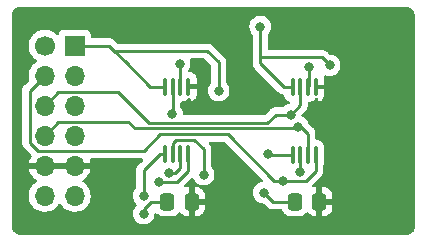
<source format=gbl>
G04 #@! TF.GenerationSoftware,KiCad,Pcbnew,(6.0.1)*
G04 #@! TF.CreationDate,2024-05-17T17:22:04+02:00*
G04 #@! TF.ProjectId,pmod_memory_module,706d6f64-5f6d-4656-9d6f-72795f6d6f64,rev?*
G04 #@! TF.SameCoordinates,Original*
G04 #@! TF.FileFunction,Copper,L2,Bot*
G04 #@! TF.FilePolarity,Positive*
%FSLAX46Y46*%
G04 Gerber Fmt 4.6, Leading zero omitted, Abs format (unit mm)*
G04 Created by KiCad (PCBNEW (6.0.1)) date 2024-05-17 17:22:04*
%MOMM*%
%LPD*%
G01*
G04 APERTURE LIST*
G04 Aperture macros list*
%AMRoundRect*
0 Rectangle with rounded corners*
0 $1 Rounding radius*
0 $2 $3 $4 $5 $6 $7 $8 $9 X,Y pos of 4 corners*
0 Add a 4 corners polygon primitive as box body*
4,1,4,$2,$3,$4,$5,$6,$7,$8,$9,$2,$3,0*
0 Add four circle primitives for the rounded corners*
1,1,$1+$1,$2,$3*
1,1,$1+$1,$4,$5*
1,1,$1+$1,$6,$7*
1,1,$1+$1,$8,$9*
0 Add four rect primitives between the rounded corners*
20,1,$1+$1,$2,$3,$4,$5,0*
20,1,$1+$1,$4,$5,$6,$7,0*
20,1,$1+$1,$6,$7,$8,$9,0*
20,1,$1+$1,$8,$9,$2,$3,0*%
G04 Aperture macros list end*
G04 #@! TA.AperFunction,SMDPad,CuDef*
%ADD10RoundRect,0.250000X-0.337500X-0.475000X0.337500X-0.475000X0.337500X0.475000X-0.337500X0.475000X0*%
G04 #@! TD*
G04 #@! TA.AperFunction,SMDPad,CuDef*
%ADD11RoundRect,0.100000X-0.100000X0.637500X-0.100000X-0.637500X0.100000X-0.637500X0.100000X0.637500X0*%
G04 #@! TD*
G04 #@! TA.AperFunction,ComponentPad*
%ADD12R,1.700000X1.700000*%
G04 #@! TD*
G04 #@! TA.AperFunction,ComponentPad*
%ADD13O,1.700000X1.700000*%
G04 #@! TD*
G04 #@! TA.AperFunction,ComponentPad*
%ADD14C,1.700000*%
G04 #@! TD*
G04 #@! TA.AperFunction,ViaPad*
%ADD15C,0.800000*%
G04 #@! TD*
G04 #@! TA.AperFunction,Conductor*
%ADD16C,0.250000*%
G04 #@! TD*
G04 APERTURE END LIST*
D10*
X42269500Y-34798000D03*
X44344500Y-34798000D03*
X31474500Y-34798000D03*
X33549500Y-34798000D03*
D11*
X42078000Y-25077500D03*
X42728000Y-25077500D03*
X43378000Y-25077500D03*
X44028000Y-25077500D03*
X44028000Y-30802500D03*
X43378000Y-30802500D03*
X42728000Y-30802500D03*
X42078000Y-30802500D03*
X31283000Y-25061500D03*
X31933000Y-25061500D03*
X32583000Y-25061500D03*
X33233000Y-25061500D03*
X33233000Y-30786500D03*
X32583000Y-30786500D03*
X31933000Y-30786500D03*
X31283000Y-30786500D03*
D12*
X23618000Y-21590000D03*
D13*
X23618000Y-24130000D03*
X23618000Y-26670000D03*
X23618000Y-29210000D03*
X23618000Y-31750000D03*
X23618000Y-34290000D03*
D14*
X21078000Y-21590000D03*
D13*
X21078000Y-24130000D03*
X21078000Y-26670000D03*
X21078000Y-29210000D03*
X21078000Y-31750000D03*
X21078000Y-34290000D03*
D15*
X29464000Y-34290000D03*
X40513000Y-20955000D03*
X45212000Y-23241000D03*
X39624000Y-34036000D03*
X29464000Y-35814000D03*
X43434000Y-23368000D03*
X41910000Y-27432000D03*
X39332511Y-19976489D03*
X48514000Y-35052000D03*
X37592000Y-35941000D03*
X32512000Y-23114000D03*
X31877000Y-27400980D03*
X40005000Y-30734000D03*
X42667701Y-32295500D03*
X41275000Y-33020000D03*
X42545000Y-28448000D03*
X30734000Y-33147000D03*
X34544000Y-32512000D03*
X31623000Y-32385000D03*
X29464000Y-20701000D03*
X35814000Y-25400000D03*
D16*
X30099000Y-34798000D02*
X31474500Y-34798000D01*
X29464000Y-35814000D02*
X29464000Y-35433000D01*
X29464000Y-35433000D02*
X30099000Y-34798000D01*
X29464000Y-32131000D02*
X30808500Y-30786500D01*
X30808500Y-30786500D02*
X31283000Y-30786500D01*
X29464000Y-34290000D02*
X29464000Y-32131000D01*
X39946520Y-28125480D02*
X40640000Y-27432000D01*
X29903480Y-28125480D02*
X39946520Y-28125480D01*
X27273489Y-25495489D02*
X29903480Y-28125480D01*
X22252511Y-25495489D02*
X27273489Y-25495489D01*
X40640000Y-27432000D02*
X41910000Y-27432000D01*
X21078000Y-26670000D02*
X22252511Y-25495489D01*
X34544000Y-30353000D02*
X34544000Y-32512000D01*
X32189480Y-29532520D02*
X33723520Y-29532520D01*
X31933000Y-29789000D02*
X32189480Y-29532520D01*
X33723520Y-29532520D02*
X34544000Y-30353000D01*
X31933000Y-30786500D02*
X31933000Y-29789000D01*
X19812000Y-25396000D02*
X21078000Y-24130000D01*
X19812000Y-29795988D02*
X19812000Y-25396000D01*
X29464000Y-30480000D02*
X20496012Y-30480000D01*
X20496012Y-30480000D02*
X19812000Y-29795988D01*
X36576000Y-29083000D02*
X30861000Y-29083000D01*
X40513000Y-33020000D02*
X36576000Y-29083000D01*
X41275000Y-33020000D02*
X40513000Y-33020000D01*
X30861000Y-29083000D02*
X29464000Y-30480000D01*
X42418000Y-28575000D02*
X42545000Y-28448000D01*
X28702000Y-28575000D02*
X42418000Y-28575000D01*
X22252511Y-28035489D02*
X28162489Y-28035489D01*
X28162489Y-28035489D02*
X28702000Y-28575000D01*
X21078000Y-29210000D02*
X22252511Y-28035489D01*
X40073500Y-30802500D02*
X42078000Y-30802500D01*
X40005000Y-30734000D02*
X40073500Y-30802500D01*
X35814000Y-22987000D02*
X34861500Y-22034500D01*
X35814000Y-25400000D02*
X35814000Y-22987000D01*
X34861500Y-22034500D02*
X26987500Y-22034500D01*
X32258000Y-33147000D02*
X33233000Y-32172000D01*
X30734000Y-33147000D02*
X32258000Y-33147000D01*
X33233000Y-32172000D02*
X33233000Y-30786500D01*
X39332511Y-22568511D02*
X44539511Y-22568511D01*
X39332511Y-22568511D02*
X39332511Y-19976489D01*
X39332511Y-23076511D02*
X39332511Y-22568511D01*
X44539511Y-22568511D02*
X45212000Y-23241000D01*
X40386000Y-34798000D02*
X39624000Y-34036000D01*
X42269500Y-34798000D02*
X40386000Y-34798000D01*
X31933000Y-25061500D02*
X31933000Y-27344980D01*
X31933000Y-27344980D02*
X31877000Y-27400980D01*
X43434000Y-25021500D02*
X43378000Y-25077500D01*
X43434000Y-23368000D02*
X43434000Y-25021500D01*
X41910000Y-27432000D02*
X42728000Y-26614000D01*
X41333500Y-25077500D02*
X39332511Y-23076511D01*
X42078000Y-25077500D02*
X41333500Y-25077500D01*
X26543000Y-21590000D02*
X26987500Y-22034500D01*
X26987500Y-22034500D02*
X27940000Y-22987000D01*
X32512000Y-24990500D02*
X32583000Y-25061500D01*
X32512000Y-23114000D02*
X32512000Y-24990500D01*
X42728000Y-26614000D02*
X42728000Y-25077500D01*
X42667701Y-30862799D02*
X42728000Y-30802500D01*
X42667701Y-32295500D02*
X42667701Y-30862799D01*
X44028000Y-32172000D02*
X44028000Y-30802500D01*
X43180000Y-33020000D02*
X44028000Y-32172000D01*
X41275000Y-33020000D02*
X43180000Y-33020000D01*
X42545000Y-28448000D02*
X42799000Y-28448000D01*
X42799000Y-28448000D02*
X43378000Y-29027000D01*
X43378000Y-29027000D02*
X43378000Y-30802500D01*
X32583000Y-31933000D02*
X32583000Y-30786500D01*
X32131000Y-32385000D02*
X32583000Y-31933000D01*
X31623000Y-32385000D02*
X32131000Y-32385000D01*
X27940000Y-22987000D02*
X30014500Y-25061500D01*
X30014500Y-25061500D02*
X31283000Y-25061500D01*
X23618000Y-21590000D02*
X26543000Y-21590000D01*
G04 #@! TA.AperFunction,Conductor*
G36*
X51635159Y-18288001D02*
G01*
X51656311Y-18289789D01*
X51675437Y-18293046D01*
X51686717Y-18291734D01*
X51715180Y-18291660D01*
X51818987Y-18303189D01*
X51842722Y-18308174D01*
X51962839Y-18345779D01*
X51985181Y-18355220D01*
X52095868Y-18415144D01*
X52115981Y-18428686D01*
X52206585Y-18503312D01*
X52213140Y-18508711D01*
X52230288Y-18525859D01*
X52310315Y-18623020D01*
X52323857Y-18643133D01*
X52383781Y-18753820D01*
X52393222Y-18776162D01*
X52430827Y-18896279D01*
X52435812Y-18920015D01*
X52446590Y-19017052D01*
X52446351Y-19033158D01*
X52447014Y-19033157D01*
X52447032Y-19042136D01*
X52445777Y-19051026D01*
X52447068Y-19059913D01*
X52449691Y-19077972D01*
X52451000Y-19096084D01*
X52451000Y-36780673D01*
X52449500Y-36800058D01*
X52448770Y-36804749D01*
X52445814Y-36823731D01*
X52447252Y-36834729D01*
X52447709Y-36863413D01*
X52437575Y-36966306D01*
X52432756Y-36990532D01*
X52396596Y-37109734D01*
X52387144Y-37132554D01*
X52328430Y-37242401D01*
X52314707Y-37262939D01*
X52235688Y-37359224D01*
X52218223Y-37376689D01*
X52121938Y-37455708D01*
X52101400Y-37469431D01*
X51991553Y-37528145D01*
X51968733Y-37537597D01*
X51849531Y-37573757D01*
X51825307Y-37578576D01*
X51729163Y-37588045D01*
X51713124Y-37587593D01*
X51713115Y-37588306D01*
X51704142Y-37588196D01*
X51695270Y-37586815D01*
X51686368Y-37587979D01*
X51686365Y-37587979D01*
X51663749Y-37590937D01*
X51647411Y-37592001D01*
X36778492Y-37592001D01*
X19099328Y-37592000D01*
X19079943Y-37590500D01*
X19065142Y-37588195D01*
X19065139Y-37588195D01*
X19056270Y-37586814D01*
X19045272Y-37588252D01*
X19016589Y-37588709D01*
X18913693Y-37578575D01*
X18889469Y-37573756D01*
X18770267Y-37537596D01*
X18747447Y-37528144D01*
X18637600Y-37469430D01*
X18617062Y-37455707D01*
X18520777Y-37376688D01*
X18503312Y-37359223D01*
X18424293Y-37262938D01*
X18410570Y-37242400D01*
X18351856Y-37132553D01*
X18342404Y-37109733D01*
X18306244Y-36990531D01*
X18301425Y-36966305D01*
X18291956Y-36870166D01*
X18292408Y-36854124D01*
X18291695Y-36854115D01*
X18291805Y-36845142D01*
X18293186Y-36836270D01*
X18291547Y-36823731D01*
X18289064Y-36804749D01*
X18288000Y-36788411D01*
X18288000Y-34256695D01*
X19715251Y-34256695D01*
X19715548Y-34261848D01*
X19715548Y-34261851D01*
X19721011Y-34356590D01*
X19728110Y-34479715D01*
X19729247Y-34484761D01*
X19729248Y-34484767D01*
X19741589Y-34539525D01*
X19777222Y-34697639D01*
X19861266Y-34904616D01*
X19899918Y-34967690D01*
X19975291Y-35090688D01*
X19977987Y-35095088D01*
X20124250Y-35263938D01*
X20296126Y-35406632D01*
X20489000Y-35519338D01*
X20697692Y-35599030D01*
X20702760Y-35600061D01*
X20702763Y-35600062D01*
X20789919Y-35617794D01*
X20916597Y-35643567D01*
X20921772Y-35643757D01*
X20921774Y-35643757D01*
X21134673Y-35651564D01*
X21134677Y-35651564D01*
X21139837Y-35651753D01*
X21144957Y-35651097D01*
X21144959Y-35651097D01*
X21356288Y-35624025D01*
X21356289Y-35624025D01*
X21361416Y-35623368D01*
X21379995Y-35617794D01*
X21570429Y-35560661D01*
X21570434Y-35560659D01*
X21575384Y-35559174D01*
X21775994Y-35460896D01*
X21957860Y-35331173D01*
X22006429Y-35282774D01*
X22079013Y-35210443D01*
X22116096Y-35173489D01*
X22175594Y-35090689D01*
X22246453Y-34992077D01*
X22247776Y-34993028D01*
X22294645Y-34949857D01*
X22364580Y-34937625D01*
X22430026Y-34965144D01*
X22457875Y-34996994D01*
X22517987Y-35095088D01*
X22664250Y-35263938D01*
X22836126Y-35406632D01*
X23029000Y-35519338D01*
X23237692Y-35599030D01*
X23242760Y-35600061D01*
X23242763Y-35600062D01*
X23329919Y-35617794D01*
X23456597Y-35643567D01*
X23461772Y-35643757D01*
X23461774Y-35643757D01*
X23674673Y-35651564D01*
X23674677Y-35651564D01*
X23679837Y-35651753D01*
X23684957Y-35651097D01*
X23684959Y-35651097D01*
X23896288Y-35624025D01*
X23896289Y-35624025D01*
X23901416Y-35623368D01*
X23919995Y-35617794D01*
X24110429Y-35560661D01*
X24110434Y-35560659D01*
X24115384Y-35559174D01*
X24315994Y-35460896D01*
X24497860Y-35331173D01*
X24546429Y-35282774D01*
X24619013Y-35210443D01*
X24656096Y-35173489D01*
X24715594Y-35090689D01*
X24783435Y-34996277D01*
X24786453Y-34992077D01*
X24791728Y-34981405D01*
X24883136Y-34796453D01*
X24883137Y-34796451D01*
X24885430Y-34791811D01*
X24950370Y-34578069D01*
X24979529Y-34356590D01*
X24981156Y-34290000D01*
X24962852Y-34067361D01*
X24908431Y-33850702D01*
X24819354Y-33645840D01*
X24771984Y-33572617D01*
X24700822Y-33462617D01*
X24700820Y-33462614D01*
X24698014Y-33458277D01*
X24547670Y-33293051D01*
X24543619Y-33289852D01*
X24543615Y-33289848D01*
X24376414Y-33157800D01*
X24376410Y-33157798D01*
X24372359Y-33154598D01*
X24330569Y-33131529D01*
X24280598Y-33081097D01*
X24265826Y-33011654D01*
X24290942Y-32945248D01*
X24318294Y-32918641D01*
X24493328Y-32793792D01*
X24501200Y-32787139D01*
X24652052Y-32636812D01*
X24658730Y-32628965D01*
X24783003Y-32456020D01*
X24788313Y-32447183D01*
X24882670Y-32256267D01*
X24886469Y-32246672D01*
X24948377Y-32042910D01*
X24950555Y-32032837D01*
X24951986Y-32021962D01*
X24949775Y-32007778D01*
X24936617Y-32004000D01*
X19761225Y-32004000D01*
X19747694Y-32007973D01*
X19746257Y-32017966D01*
X19776565Y-32152446D01*
X19779645Y-32162275D01*
X19859770Y-32359603D01*
X19864413Y-32368794D01*
X19975694Y-32550388D01*
X19981777Y-32558699D01*
X20121213Y-32719667D01*
X20128580Y-32726883D01*
X20292434Y-32862916D01*
X20300881Y-32868831D01*
X20369969Y-32909203D01*
X20418693Y-32960842D01*
X20431764Y-33030625D01*
X20405033Y-33096396D01*
X20364584Y-33129752D01*
X20351607Y-33136507D01*
X20347474Y-33139610D01*
X20347471Y-33139612D01*
X20177100Y-33267530D01*
X20172965Y-33270635D01*
X20139358Y-33305803D01*
X20029751Y-33420500D01*
X20018629Y-33432138D01*
X19892743Y-33616680D01*
X19867163Y-33671787D01*
X19804290Y-33807237D01*
X19798688Y-33819305D01*
X19738989Y-34034570D01*
X19715251Y-34256695D01*
X18288000Y-34256695D01*
X18288000Y-25375943D01*
X19173780Y-25375943D01*
X19174526Y-25383835D01*
X19177941Y-25419961D01*
X19178500Y-25431819D01*
X19178500Y-29717221D01*
X19177973Y-29728404D01*
X19176298Y-29735897D01*
X19176547Y-29743823D01*
X19176547Y-29743824D01*
X19178438Y-29803974D01*
X19178500Y-29807933D01*
X19178500Y-29835844D01*
X19178997Y-29839778D01*
X19178997Y-29839779D01*
X19179005Y-29839844D01*
X19179938Y-29851681D01*
X19181327Y-29895877D01*
X19186978Y-29915327D01*
X19190987Y-29934688D01*
X19192513Y-29946763D01*
X19193526Y-29954785D01*
X19196445Y-29962156D01*
X19196445Y-29962158D01*
X19209804Y-29995900D01*
X19213649Y-30007130D01*
X19215743Y-30014337D01*
X19225982Y-30049581D01*
X19230015Y-30056400D01*
X19230017Y-30056405D01*
X19236293Y-30067016D01*
X19244988Y-30084764D01*
X19252448Y-30103605D01*
X19257110Y-30110021D01*
X19257110Y-30110022D01*
X19278436Y-30139375D01*
X19284952Y-30149295D01*
X19296606Y-30169000D01*
X19307458Y-30187350D01*
X19321779Y-30201671D01*
X19334619Y-30216704D01*
X19346528Y-30233095D01*
X19378413Y-30259472D01*
X19380593Y-30261276D01*
X19389374Y-30269266D01*
X19942564Y-30822457D01*
X19976589Y-30884769D01*
X19971524Y-30955585D01*
X19957556Y-30982557D01*
X19896095Y-31072655D01*
X19891000Y-31081623D01*
X19801338Y-31274783D01*
X19797775Y-31284470D01*
X19742389Y-31484183D01*
X19743912Y-31492607D01*
X19756292Y-31496000D01*
X24936344Y-31496000D01*
X24949875Y-31492027D01*
X24951180Y-31482947D01*
X24909214Y-31315875D01*
X24905894Y-31306123D01*
X24898772Y-31289744D01*
X24889951Y-31219297D01*
X24920617Y-31155265D01*
X24981033Y-31117977D01*
X25014321Y-31113500D01*
X29281405Y-31113500D01*
X29349526Y-31133502D01*
X29396019Y-31187158D01*
X29406123Y-31257432D01*
X29376629Y-31322012D01*
X29370506Y-31328590D01*
X29219211Y-31479884D01*
X29071742Y-31627353D01*
X29063463Y-31634887D01*
X29056982Y-31639000D01*
X29013245Y-31685576D01*
X29010357Y-31688651D01*
X29007602Y-31691493D01*
X28987865Y-31711230D01*
X28985385Y-31714427D01*
X28977682Y-31723447D01*
X28947414Y-31755679D01*
X28943595Y-31762625D01*
X28943593Y-31762628D01*
X28937652Y-31773434D01*
X28926801Y-31789953D01*
X28914386Y-31805959D01*
X28911241Y-31813228D01*
X28911238Y-31813232D01*
X28896826Y-31846537D01*
X28891609Y-31857187D01*
X28870305Y-31895940D01*
X28868334Y-31903615D01*
X28868334Y-31903616D01*
X28865267Y-31915562D01*
X28858863Y-31934266D01*
X28850819Y-31952855D01*
X28849580Y-31960678D01*
X28849577Y-31960688D01*
X28843901Y-31996524D01*
X28841495Y-32008144D01*
X28832818Y-32041942D01*
X28830500Y-32050970D01*
X28830500Y-32071224D01*
X28828949Y-32090934D01*
X28825780Y-32110943D01*
X28826526Y-32118835D01*
X28829941Y-32154961D01*
X28830500Y-32166819D01*
X28830500Y-33587476D01*
X28810498Y-33655597D01*
X28798142Y-33671779D01*
X28724960Y-33753056D01*
X28629473Y-33918444D01*
X28570458Y-34100072D01*
X28569768Y-34106633D01*
X28569768Y-34106635D01*
X28557920Y-34219365D01*
X28550496Y-34290000D01*
X28551186Y-34296565D01*
X28557844Y-34359908D01*
X28570458Y-34479928D01*
X28629473Y-34661556D01*
X28632776Y-34667278D01*
X28632777Y-34667279D01*
X28653069Y-34702425D01*
X28724960Y-34826944D01*
X28729378Y-34831851D01*
X28729379Y-34831852D01*
X28851688Y-34967690D01*
X28882406Y-35031697D01*
X28873641Y-35102151D01*
X28851688Y-35136310D01*
X28746635Y-35252984D01*
X28724960Y-35277056D01*
X28691985Y-35334171D01*
X28635792Y-35431500D01*
X28629473Y-35442444D01*
X28570458Y-35624072D01*
X28569768Y-35630633D01*
X28569768Y-35630635D01*
X28555715Y-35764340D01*
X28550496Y-35814000D01*
X28551186Y-35820565D01*
X28566379Y-35965115D01*
X28570458Y-36003928D01*
X28629473Y-36185556D01*
X28724960Y-36350944D01*
X28852747Y-36492866D01*
X29007248Y-36605118D01*
X29013276Y-36607802D01*
X29013278Y-36607803D01*
X29175681Y-36680109D01*
X29181712Y-36682794D01*
X29275113Y-36702647D01*
X29362056Y-36721128D01*
X29362061Y-36721128D01*
X29368513Y-36722500D01*
X29559487Y-36722500D01*
X29565939Y-36721128D01*
X29565944Y-36721128D01*
X29652887Y-36702647D01*
X29746288Y-36682794D01*
X29752319Y-36680109D01*
X29914722Y-36607803D01*
X29914724Y-36607802D01*
X29920752Y-36605118D01*
X30075253Y-36492866D01*
X30203040Y-36350944D01*
X30298527Y-36185556D01*
X30357542Y-36003928D01*
X30371552Y-35870626D01*
X30398565Y-35804970D01*
X30456786Y-35764340D01*
X30527732Y-35761637D01*
X30585879Y-35794624D01*
X30658512Y-35867130D01*
X30658517Y-35867134D01*
X30663697Y-35872305D01*
X30669927Y-35876145D01*
X30669928Y-35876146D01*
X30807288Y-35960816D01*
X30814262Y-35965115D01*
X30894005Y-35991564D01*
X30975611Y-36018632D01*
X30975613Y-36018632D01*
X30982139Y-36020797D01*
X30988975Y-36021497D01*
X30988978Y-36021498D01*
X31032031Y-36025909D01*
X31086600Y-36031500D01*
X31862400Y-36031500D01*
X31865646Y-36031163D01*
X31865650Y-36031163D01*
X31961308Y-36021238D01*
X31961312Y-36021237D01*
X31968166Y-36020526D01*
X31974702Y-36018345D01*
X31974704Y-36018345D01*
X32106806Y-35974272D01*
X32135946Y-35964550D01*
X32286348Y-35871478D01*
X32411305Y-35746303D01*
X32414102Y-35741765D01*
X32471353Y-35701176D01*
X32542276Y-35697946D01*
X32603687Y-35733572D01*
X32611062Y-35742068D01*
X32619098Y-35752207D01*
X32733829Y-35866739D01*
X32745240Y-35875751D01*
X32883243Y-35960816D01*
X32896424Y-35966963D01*
X33050710Y-36018138D01*
X33064086Y-36021005D01*
X33158438Y-36030672D01*
X33164854Y-36031000D01*
X33277385Y-36031000D01*
X33292624Y-36026525D01*
X33293829Y-36025135D01*
X33295500Y-36017452D01*
X33295500Y-36012884D01*
X33803500Y-36012884D01*
X33807975Y-36028123D01*
X33809365Y-36029328D01*
X33817048Y-36030999D01*
X33934095Y-36030999D01*
X33940614Y-36030662D01*
X34036206Y-36020743D01*
X34049600Y-36017851D01*
X34203784Y-35966412D01*
X34216962Y-35960239D01*
X34354807Y-35874937D01*
X34366208Y-35865901D01*
X34480739Y-35751171D01*
X34489751Y-35739760D01*
X34574816Y-35601757D01*
X34580963Y-35588576D01*
X34632138Y-35434290D01*
X34635005Y-35420914D01*
X34644672Y-35326562D01*
X34645000Y-35320146D01*
X34645000Y-35070115D01*
X34640525Y-35054876D01*
X34639135Y-35053671D01*
X34631452Y-35052000D01*
X33821615Y-35052000D01*
X33806376Y-35056475D01*
X33805171Y-35057865D01*
X33803500Y-35065548D01*
X33803500Y-36012884D01*
X33295500Y-36012884D01*
X33295500Y-34525885D01*
X33803500Y-34525885D01*
X33807975Y-34541124D01*
X33809365Y-34542329D01*
X33817048Y-34544000D01*
X34626884Y-34544000D01*
X34642123Y-34539525D01*
X34643328Y-34538135D01*
X34644999Y-34530452D01*
X34644999Y-34275905D01*
X34644662Y-34269386D01*
X34634743Y-34173794D01*
X34631851Y-34160400D01*
X34580412Y-34006216D01*
X34574239Y-33993038D01*
X34488937Y-33855193D01*
X34479901Y-33843792D01*
X34365171Y-33729261D01*
X34353760Y-33720249D01*
X34215757Y-33635184D01*
X34202576Y-33629037D01*
X34048290Y-33577862D01*
X34034914Y-33574995D01*
X33940562Y-33565328D01*
X33934145Y-33565000D01*
X33821615Y-33565000D01*
X33806376Y-33569475D01*
X33805171Y-33570865D01*
X33803500Y-33578548D01*
X33803500Y-34525885D01*
X33295500Y-34525885D01*
X33295500Y-33583116D01*
X33291025Y-33567877D01*
X33289635Y-33566672D01*
X33281952Y-33565001D01*
X33164905Y-33565001D01*
X33158386Y-33565338D01*
X33062790Y-33575257D01*
X33051059Y-33577790D01*
X32980251Y-33572617D01*
X32923481Y-33529983D01*
X32898772Y-33463425D01*
X32913970Y-33394074D01*
X32935370Y-33365534D01*
X33492443Y-32808461D01*
X33554755Y-32774435D01*
X33625570Y-32779500D01*
X33682406Y-32822047D01*
X33701371Y-32858621D01*
X33704689Y-32868831D01*
X33709473Y-32883556D01*
X33804960Y-33048944D01*
X33809378Y-33053851D01*
X33809379Y-33053852D01*
X33879320Y-33131529D01*
X33932747Y-33190866D01*
X34003398Y-33242197D01*
X34038266Y-33267530D01*
X34087248Y-33303118D01*
X34093276Y-33305802D01*
X34093278Y-33305803D01*
X34227437Y-33365534D01*
X34261712Y-33380794D01*
X34355112Y-33400647D01*
X34442056Y-33419128D01*
X34442061Y-33419128D01*
X34448513Y-33420500D01*
X34639487Y-33420500D01*
X34645939Y-33419128D01*
X34645944Y-33419128D01*
X34732888Y-33400647D01*
X34826288Y-33380794D01*
X34860563Y-33365534D01*
X34994722Y-33305803D01*
X34994724Y-33305802D01*
X35000752Y-33303118D01*
X35049735Y-33267530D01*
X35084602Y-33242197D01*
X35155253Y-33190866D01*
X35208680Y-33131529D01*
X35278621Y-33053852D01*
X35278622Y-33053851D01*
X35283040Y-33048944D01*
X35378527Y-32883556D01*
X35437542Y-32701928D01*
X35441144Y-32667663D01*
X35456814Y-32518565D01*
X35457504Y-32512000D01*
X35446665Y-32408876D01*
X35438232Y-32328635D01*
X35438232Y-32328633D01*
X35437542Y-32322072D01*
X35378527Y-32140444D01*
X35356975Y-32103114D01*
X35302143Y-32008144D01*
X35283040Y-31975056D01*
X35209863Y-31893785D01*
X35179147Y-31829779D01*
X35177500Y-31809476D01*
X35177500Y-30431767D01*
X35178027Y-30420584D01*
X35179702Y-30413091D01*
X35177562Y-30345000D01*
X35177500Y-30341043D01*
X35177500Y-30313144D01*
X35176996Y-30309153D01*
X35176063Y-30297311D01*
X35174923Y-30261036D01*
X35174674Y-30253111D01*
X35172462Y-30245497D01*
X35172461Y-30245492D01*
X35169023Y-30233659D01*
X35165012Y-30214295D01*
X35163467Y-30202064D01*
X35162474Y-30194203D01*
X35159557Y-30186836D01*
X35159556Y-30186831D01*
X35146198Y-30153092D01*
X35142354Y-30141865D01*
X35138125Y-30127310D01*
X35130018Y-30099407D01*
X35125697Y-30092100D01*
X35119707Y-30081972D01*
X35111012Y-30064224D01*
X35103552Y-30045383D01*
X35077564Y-30009613D01*
X35071048Y-29999693D01*
X35052580Y-29968465D01*
X35052578Y-29968462D01*
X35048542Y-29961638D01*
X35034221Y-29947317D01*
X35021381Y-29932284D01*
X35009958Y-29916562D01*
X34986099Y-29849695D01*
X35002178Y-29780543D01*
X35053092Y-29731062D01*
X35111893Y-29716500D01*
X36261406Y-29716500D01*
X36329527Y-29736502D01*
X36350501Y-29753405D01*
X39526129Y-32929034D01*
X39560155Y-32991346D01*
X39555090Y-33062162D01*
X39512543Y-33118997D01*
X39463231Y-33141376D01*
X39430260Y-33148384D01*
X39341712Y-33167206D01*
X39335682Y-33169891D01*
X39335681Y-33169891D01*
X39173278Y-33242197D01*
X39173276Y-33242198D01*
X39167248Y-33244882D01*
X39012747Y-33357134D01*
X39008326Y-33362044D01*
X39008325Y-33362045D01*
X38921678Y-33458277D01*
X38884960Y-33499056D01*
X38841791Y-33573827D01*
X38795792Y-33653500D01*
X38789473Y-33664444D01*
X38730458Y-33846072D01*
X38729768Y-33852633D01*
X38729768Y-33852635D01*
X38719642Y-33948982D01*
X38710496Y-34036000D01*
X38711186Y-34042565D01*
X38724979Y-34173794D01*
X38730458Y-34225928D01*
X38789473Y-34407556D01*
X38884960Y-34572944D01*
X38889378Y-34577851D01*
X38889379Y-34577852D01*
X38992695Y-34692596D01*
X39012747Y-34714866D01*
X39167248Y-34827118D01*
X39173276Y-34829802D01*
X39173278Y-34829803D01*
X39330560Y-34899829D01*
X39341712Y-34904794D01*
X39435112Y-34924647D01*
X39522056Y-34943128D01*
X39522061Y-34943128D01*
X39528513Y-34944500D01*
X39584405Y-34944500D01*
X39652526Y-34964502D01*
X39673500Y-34981405D01*
X39882348Y-35190253D01*
X39889888Y-35198539D01*
X39894000Y-35205018D01*
X39899777Y-35210443D01*
X39943651Y-35251643D01*
X39946493Y-35254398D01*
X39966230Y-35274135D01*
X39969427Y-35276615D01*
X39978447Y-35284318D01*
X40010679Y-35314586D01*
X40017625Y-35318405D01*
X40017628Y-35318407D01*
X40028434Y-35324348D01*
X40044953Y-35335199D01*
X40060959Y-35347614D01*
X40068228Y-35350759D01*
X40068232Y-35350762D01*
X40101537Y-35365174D01*
X40112187Y-35370391D01*
X40150940Y-35391695D01*
X40158615Y-35393666D01*
X40158616Y-35393666D01*
X40170562Y-35396733D01*
X40189266Y-35403137D01*
X40197343Y-35406632D01*
X40207855Y-35411181D01*
X40215678Y-35412420D01*
X40215688Y-35412423D01*
X40251524Y-35418099D01*
X40263144Y-35420505D01*
X40291796Y-35427861D01*
X40305970Y-35431500D01*
X40326224Y-35431500D01*
X40345934Y-35433051D01*
X40365943Y-35436220D01*
X40373835Y-35435474D01*
X40409961Y-35432059D01*
X40421819Y-35431500D01*
X41094462Y-35431500D01*
X41162583Y-35451502D01*
X41209076Y-35505158D01*
X41213986Y-35517624D01*
X41240450Y-35596946D01*
X41333522Y-35747348D01*
X41458697Y-35872305D01*
X41464927Y-35876145D01*
X41464928Y-35876146D01*
X41602288Y-35960816D01*
X41609262Y-35965115D01*
X41689005Y-35991564D01*
X41770611Y-36018632D01*
X41770613Y-36018632D01*
X41777139Y-36020797D01*
X41783975Y-36021497D01*
X41783978Y-36021498D01*
X41827031Y-36025909D01*
X41881600Y-36031500D01*
X42657400Y-36031500D01*
X42660646Y-36031163D01*
X42660650Y-36031163D01*
X42756308Y-36021238D01*
X42756312Y-36021237D01*
X42763166Y-36020526D01*
X42769702Y-36018345D01*
X42769704Y-36018345D01*
X42901806Y-35974272D01*
X42930946Y-35964550D01*
X43081348Y-35871478D01*
X43206305Y-35746303D01*
X43209102Y-35741765D01*
X43266353Y-35701176D01*
X43337276Y-35697946D01*
X43398687Y-35733572D01*
X43406062Y-35742068D01*
X43414098Y-35752207D01*
X43528829Y-35866739D01*
X43540240Y-35875751D01*
X43678243Y-35960816D01*
X43691424Y-35966963D01*
X43845710Y-36018138D01*
X43859086Y-36021005D01*
X43953438Y-36030672D01*
X43959854Y-36031000D01*
X44072385Y-36031000D01*
X44087624Y-36026525D01*
X44088829Y-36025135D01*
X44090500Y-36017452D01*
X44090500Y-36012884D01*
X44598500Y-36012884D01*
X44602975Y-36028123D01*
X44604365Y-36029328D01*
X44612048Y-36030999D01*
X44729095Y-36030999D01*
X44735614Y-36030662D01*
X44831206Y-36020743D01*
X44844600Y-36017851D01*
X44998784Y-35966412D01*
X45011962Y-35960239D01*
X45149807Y-35874937D01*
X45161208Y-35865901D01*
X45275739Y-35751171D01*
X45284751Y-35739760D01*
X45369816Y-35601757D01*
X45375963Y-35588576D01*
X45427138Y-35434290D01*
X45430005Y-35420914D01*
X45439672Y-35326562D01*
X45440000Y-35320146D01*
X45440000Y-35070115D01*
X45435525Y-35054876D01*
X45434135Y-35053671D01*
X45426452Y-35052000D01*
X44616615Y-35052000D01*
X44601376Y-35056475D01*
X44600171Y-35057865D01*
X44598500Y-35065548D01*
X44598500Y-36012884D01*
X44090500Y-36012884D01*
X44090500Y-34525885D01*
X44598500Y-34525885D01*
X44602975Y-34541124D01*
X44604365Y-34542329D01*
X44612048Y-34544000D01*
X45421884Y-34544000D01*
X45437123Y-34539525D01*
X45438328Y-34538135D01*
X45439999Y-34530452D01*
X45439999Y-34275905D01*
X45439662Y-34269386D01*
X45429743Y-34173794D01*
X45426851Y-34160400D01*
X45375412Y-34006216D01*
X45369239Y-33993038D01*
X45283937Y-33855193D01*
X45274901Y-33843792D01*
X45160171Y-33729261D01*
X45148760Y-33720249D01*
X45010757Y-33635184D01*
X44997576Y-33629037D01*
X44843290Y-33577862D01*
X44829914Y-33574995D01*
X44735562Y-33565328D01*
X44729145Y-33565000D01*
X44616615Y-33565000D01*
X44601376Y-33569475D01*
X44600171Y-33570865D01*
X44598500Y-33578548D01*
X44598500Y-34525885D01*
X44090500Y-34525885D01*
X44090500Y-33583116D01*
X44086025Y-33567877D01*
X44084635Y-33566672D01*
X44076952Y-33565001D01*
X43959905Y-33565001D01*
X43953386Y-33565338D01*
X43857794Y-33575257D01*
X43846062Y-33577790D01*
X43775254Y-33572617D01*
X43718483Y-33529984D01*
X43693773Y-33463426D01*
X43708971Y-33394075D01*
X43730371Y-33365534D01*
X44420253Y-32675652D01*
X44428539Y-32668112D01*
X44435018Y-32664000D01*
X44481644Y-32614348D01*
X44484398Y-32611507D01*
X44504135Y-32591770D01*
X44506615Y-32588573D01*
X44514320Y-32579551D01*
X44539159Y-32553100D01*
X44544586Y-32547321D01*
X44548405Y-32540375D01*
X44548407Y-32540372D01*
X44554348Y-32529566D01*
X44565199Y-32513047D01*
X44572758Y-32503301D01*
X44577614Y-32497041D01*
X44580759Y-32489772D01*
X44580762Y-32489768D01*
X44595174Y-32456463D01*
X44600391Y-32445813D01*
X44621695Y-32407060D01*
X44626733Y-32387437D01*
X44633137Y-32368734D01*
X44638033Y-32357420D01*
X44638033Y-32357419D01*
X44641181Y-32350145D01*
X44642420Y-32342322D01*
X44642423Y-32342312D01*
X44648099Y-32306476D01*
X44650505Y-32294856D01*
X44659528Y-32259711D01*
X44659528Y-32259710D01*
X44661500Y-32252030D01*
X44661500Y-32231776D01*
X44663051Y-32212065D01*
X44664980Y-32199886D01*
X44666220Y-32192057D01*
X44662059Y-32148038D01*
X44661500Y-32136181D01*
X44661500Y-31767168D01*
X44671091Y-31718950D01*
X44717678Y-31606479D01*
X44717678Y-31606478D01*
X44720838Y-31598850D01*
X44727854Y-31545555D01*
X44735962Y-31483972D01*
X44735962Y-31483971D01*
X44736500Y-31479885D01*
X44736499Y-30125116D01*
X44733668Y-30103605D01*
X44721916Y-30014337D01*
X44721916Y-30014335D01*
X44720838Y-30006150D01*
X44671882Y-29887958D01*
X44662684Y-29865752D01*
X44662683Y-29865750D01*
X44659524Y-29858124D01*
X44653056Y-29849695D01*
X44567014Y-29737564D01*
X44567013Y-29737563D01*
X44561987Y-29731013D01*
X44555436Y-29725986D01*
X44555434Y-29725984D01*
X44498431Y-29682245D01*
X44434875Y-29633476D01*
X44286850Y-29572162D01*
X44278662Y-29571084D01*
X44171972Y-29557038D01*
X44171971Y-29557038D01*
X44167885Y-29556500D01*
X44137500Y-29556500D01*
X44069379Y-29536498D01*
X44022886Y-29482842D01*
X44011500Y-29430500D01*
X44011500Y-29105768D01*
X44012027Y-29094585D01*
X44013702Y-29087092D01*
X44011562Y-29019001D01*
X44011500Y-29015044D01*
X44011500Y-28987144D01*
X44010996Y-28983153D01*
X44010063Y-28971311D01*
X44008923Y-28935036D01*
X44008674Y-28927111D01*
X44003021Y-28907652D01*
X43999012Y-28888293D01*
X43998846Y-28886983D01*
X43996474Y-28868203D01*
X43993558Y-28860837D01*
X43993556Y-28860831D01*
X43980200Y-28827098D01*
X43976355Y-28815868D01*
X43966230Y-28781017D01*
X43966230Y-28781016D01*
X43964019Y-28773407D01*
X43953705Y-28755966D01*
X43945008Y-28738213D01*
X43940472Y-28726758D01*
X43937552Y-28719383D01*
X43911563Y-28683612D01*
X43905047Y-28673692D01*
X43886578Y-28642463D01*
X43882542Y-28635638D01*
X43868221Y-28621317D01*
X43855380Y-28606283D01*
X43848132Y-28596307D01*
X43843472Y-28589893D01*
X43809401Y-28561707D01*
X43800622Y-28553718D01*
X43427957Y-28181053D01*
X43397219Y-28130894D01*
X43381569Y-28082729D01*
X43379527Y-28076444D01*
X43284040Y-27911056D01*
X43156253Y-27769134D01*
X43001752Y-27656882D01*
X42995724Y-27654198D01*
X42995722Y-27654197D01*
X42892523Y-27608250D01*
X42838427Y-27562270D01*
X42817778Y-27494342D01*
X42818462Y-27479974D01*
X42820907Y-27456708D01*
X42847919Y-27391051D01*
X42857122Y-27380782D01*
X43120247Y-27117657D01*
X43128537Y-27110113D01*
X43135018Y-27106000D01*
X43181659Y-27056332D01*
X43184413Y-27053491D01*
X43204135Y-27033769D01*
X43206619Y-27030567D01*
X43214317Y-27021555D01*
X43239161Y-26995098D01*
X43244586Y-26989321D01*
X43254347Y-26971566D01*
X43265198Y-26955047D01*
X43277614Y-26939041D01*
X43280764Y-26931762D01*
X43295174Y-26898463D01*
X43300391Y-26887813D01*
X43321695Y-26849060D01*
X43326733Y-26829437D01*
X43333137Y-26810734D01*
X43338033Y-26799420D01*
X43338033Y-26799419D01*
X43341181Y-26792145D01*
X43342420Y-26784322D01*
X43342423Y-26784312D01*
X43348099Y-26748476D01*
X43350505Y-26736856D01*
X43359528Y-26701711D01*
X43359528Y-26701710D01*
X43361500Y-26694030D01*
X43361500Y-26673776D01*
X43363051Y-26654065D01*
X43364980Y-26641886D01*
X43366220Y-26634057D01*
X43362059Y-26590038D01*
X43361500Y-26578181D01*
X43361500Y-26449499D01*
X43381502Y-26381378D01*
X43435158Y-26334885D01*
X43487499Y-26323499D01*
X43517884Y-26323499D01*
X43521969Y-26322961D01*
X43521973Y-26322961D01*
X43628663Y-26308916D01*
X43628665Y-26308916D01*
X43636850Y-26307838D01*
X43655435Y-26300140D01*
X43726023Y-26292550D01*
X43751874Y-26300140D01*
X43761649Y-26304189D01*
X43777469Y-26308428D01*
X43810040Y-26312716D01*
X43824222Y-26310505D01*
X43828000Y-26297348D01*
X43828000Y-26275569D01*
X43848002Y-26207448D01*
X43877294Y-26175609D01*
X43911987Y-26148987D01*
X43962606Y-26083019D01*
X44002038Y-26031631D01*
X44059376Y-25989764D01*
X44130247Y-25985542D01*
X44192150Y-26020306D01*
X44225431Y-26083019D01*
X44228000Y-26108335D01*
X44228000Y-26296965D01*
X44232044Y-26310736D01*
X44245583Y-26312765D01*
X44278533Y-26308428D01*
X44294348Y-26304190D01*
X44426993Y-26249247D01*
X44441176Y-26241059D01*
X44555080Y-26153656D01*
X44566656Y-26142080D01*
X44654059Y-26028176D01*
X44662247Y-26013993D01*
X44717190Y-25881350D01*
X44721428Y-25865532D01*
X44735462Y-25758934D01*
X44736000Y-25750725D01*
X44736000Y-25295615D01*
X44731525Y-25280376D01*
X44730135Y-25279171D01*
X44722452Y-25277500D01*
X44228000Y-25277500D01*
X44228000Y-25276947D01*
X44176997Y-25276946D01*
X44117272Y-25238561D01*
X44087781Y-25173979D01*
X44086500Y-25156059D01*
X44086499Y-25003498D01*
X44106501Y-24935379D01*
X44160157Y-24888886D01*
X44212499Y-24877500D01*
X44717884Y-24877500D01*
X44733123Y-24873025D01*
X44734328Y-24871635D01*
X44735999Y-24863952D01*
X44735999Y-24404277D01*
X44735461Y-24396065D01*
X44721428Y-24289467D01*
X44717190Y-24273652D01*
X44706775Y-24248507D01*
X44699186Y-24177917D01*
X44730965Y-24114430D01*
X44792023Y-24078203D01*
X44862975Y-24080737D01*
X44874427Y-24085180D01*
X44929712Y-24109794D01*
X45008994Y-24126646D01*
X45110056Y-24148128D01*
X45110061Y-24148128D01*
X45116513Y-24149500D01*
X45307487Y-24149500D01*
X45313939Y-24148128D01*
X45313944Y-24148128D01*
X45415006Y-24126646D01*
X45494288Y-24109794D01*
X45500319Y-24107109D01*
X45662722Y-24034803D01*
X45662724Y-24034802D01*
X45668752Y-24032118D01*
X45823253Y-23919866D01*
X45864045Y-23874562D01*
X45946621Y-23782852D01*
X45946622Y-23782851D01*
X45951040Y-23777944D01*
X46028931Y-23643033D01*
X46043223Y-23618279D01*
X46043224Y-23618278D01*
X46046527Y-23612556D01*
X46105542Y-23430928D01*
X46109787Y-23390545D01*
X46124814Y-23247565D01*
X46125504Y-23241000D01*
X46123508Y-23222013D01*
X46106232Y-23057635D01*
X46106232Y-23057633D01*
X46105542Y-23051072D01*
X46046527Y-22869444D01*
X46022717Y-22828203D01*
X45973203Y-22742444D01*
X45951040Y-22704056D01*
X45941888Y-22693891D01*
X45827675Y-22567045D01*
X45827674Y-22567044D01*
X45823253Y-22562134D01*
X45668752Y-22449882D01*
X45662724Y-22447198D01*
X45662722Y-22447197D01*
X45500319Y-22374891D01*
X45500318Y-22374891D01*
X45494288Y-22372206D01*
X45400887Y-22352353D01*
X45313944Y-22333872D01*
X45313939Y-22333872D01*
X45307487Y-22332500D01*
X45251595Y-22332500D01*
X45183474Y-22312498D01*
X45162500Y-22295595D01*
X45043163Y-22176258D01*
X45035623Y-22167972D01*
X45031511Y-22161493D01*
X44981859Y-22114867D01*
X44979018Y-22112113D01*
X44959281Y-22092376D01*
X44956084Y-22089896D01*
X44947062Y-22082191D01*
X44920611Y-22057352D01*
X44914832Y-22051925D01*
X44907886Y-22048106D01*
X44907883Y-22048104D01*
X44897077Y-22042163D01*
X44880558Y-22031312D01*
X44880094Y-22030952D01*
X44864552Y-22018897D01*
X44857283Y-22015752D01*
X44857279Y-22015749D01*
X44823974Y-22001337D01*
X44813324Y-21996120D01*
X44774571Y-21974816D01*
X44754948Y-21969778D01*
X44736245Y-21963374D01*
X44724931Y-21958478D01*
X44724930Y-21958478D01*
X44717656Y-21955330D01*
X44709833Y-21954091D01*
X44709823Y-21954088D01*
X44673987Y-21948412D01*
X44662367Y-21946006D01*
X44627222Y-21936983D01*
X44627221Y-21936983D01*
X44619541Y-21935011D01*
X44599287Y-21935011D01*
X44579576Y-21933460D01*
X44567397Y-21931531D01*
X44559568Y-21930291D01*
X44551676Y-21931037D01*
X44515550Y-21934452D01*
X44503692Y-21935011D01*
X40092011Y-21935011D01*
X40023890Y-21915009D01*
X39977397Y-21861353D01*
X39966011Y-21809011D01*
X39966011Y-20679013D01*
X39986013Y-20610892D01*
X39998369Y-20594710D01*
X40071551Y-20513433D01*
X40146326Y-20383919D01*
X40163734Y-20353768D01*
X40163735Y-20353767D01*
X40167038Y-20348045D01*
X40226053Y-20166417D01*
X40246015Y-19976489D01*
X40226053Y-19786561D01*
X40167038Y-19604933D01*
X40071551Y-19439545D01*
X39943764Y-19297623D01*
X39789263Y-19185371D01*
X39783235Y-19182687D01*
X39783233Y-19182686D01*
X39620830Y-19110380D01*
X39620829Y-19110380D01*
X39614799Y-19107695D01*
X39514977Y-19086477D01*
X39434455Y-19069361D01*
X39434450Y-19069361D01*
X39427998Y-19067989D01*
X39237024Y-19067989D01*
X39230572Y-19069361D01*
X39230567Y-19069361D01*
X39150045Y-19086477D01*
X39050223Y-19107695D01*
X39044193Y-19110380D01*
X39044192Y-19110380D01*
X38881789Y-19182686D01*
X38881787Y-19182687D01*
X38875759Y-19185371D01*
X38721258Y-19297623D01*
X38593471Y-19439545D01*
X38497984Y-19604933D01*
X38438969Y-19786561D01*
X38419007Y-19976489D01*
X38438969Y-20166417D01*
X38497984Y-20348045D01*
X38501287Y-20353767D01*
X38501288Y-20353768D01*
X38518696Y-20383919D01*
X38593471Y-20513433D01*
X38666648Y-20594704D01*
X38697364Y-20658710D01*
X38699011Y-20679013D01*
X38699011Y-22496718D01*
X38696779Y-22520327D01*
X38695236Y-22528417D01*
X38697748Y-22568341D01*
X38698762Y-22584462D01*
X38699011Y-22592373D01*
X38699011Y-22997744D01*
X38698484Y-23008927D01*
X38696809Y-23016420D01*
X38697058Y-23024346D01*
X38697058Y-23024347D01*
X38698949Y-23084497D01*
X38699011Y-23088456D01*
X38699011Y-23116367D01*
X38699508Y-23120301D01*
X38699508Y-23120302D01*
X38699516Y-23120367D01*
X38700449Y-23132204D01*
X38701838Y-23176400D01*
X38707489Y-23195850D01*
X38711498Y-23215211D01*
X38714037Y-23235308D01*
X38716956Y-23242679D01*
X38716956Y-23242681D01*
X38730315Y-23276423D01*
X38734160Y-23287653D01*
X38738210Y-23301594D01*
X38746493Y-23330104D01*
X38750526Y-23336923D01*
X38750528Y-23336928D01*
X38756804Y-23347539D01*
X38765499Y-23365287D01*
X38772959Y-23384128D01*
X38777621Y-23390544D01*
X38777621Y-23390545D01*
X38798947Y-23419898D01*
X38805463Y-23429818D01*
X38818819Y-23452401D01*
X38827969Y-23467873D01*
X38842290Y-23482194D01*
X38855130Y-23497227D01*
X38867039Y-23513618D01*
X38873145Y-23518669D01*
X38901116Y-23541809D01*
X38909895Y-23549799D01*
X40829848Y-25469753D01*
X40837388Y-25478039D01*
X40841500Y-25484518D01*
X40847277Y-25489943D01*
X40891151Y-25531143D01*
X40893993Y-25533898D01*
X40913730Y-25553635D01*
X40916927Y-25556115D01*
X40925947Y-25563818D01*
X40958179Y-25594086D01*
X40965125Y-25597905D01*
X40965128Y-25597907D01*
X40975934Y-25603848D01*
X40992453Y-25614699D01*
X41008459Y-25627114D01*
X41015728Y-25630259D01*
X41015732Y-25630262D01*
X41049037Y-25644674D01*
X41059687Y-25649891D01*
X41098440Y-25671195D01*
X41116855Y-25675923D01*
X41118062Y-25676233D01*
X41136766Y-25682637D01*
X41139928Y-25684005D01*
X41155355Y-25690681D01*
X41163178Y-25691920D01*
X41163188Y-25691923D01*
X41199024Y-25697599D01*
X41210644Y-25700005D01*
X41245789Y-25709028D01*
X41253470Y-25711000D01*
X41261401Y-25711000D01*
X41269009Y-25711961D01*
X41334086Y-25740342D01*
X41373489Y-25799400D01*
X41378142Y-25820522D01*
X41385162Y-25873850D01*
X41388322Y-25881478D01*
X41443211Y-26013993D01*
X41446476Y-26021876D01*
X41451502Y-26028426D01*
X41535595Y-26138016D01*
X41544013Y-26148987D01*
X41550563Y-26154013D01*
X41550566Y-26154016D01*
X41593861Y-26187237D01*
X41671125Y-26246524D01*
X41786765Y-26294424D01*
X41842045Y-26338971D01*
X41864466Y-26406335D01*
X41846908Y-26475126D01*
X41794946Y-26523504D01*
X41764743Y-26534079D01*
X41627712Y-26563206D01*
X41621682Y-26565891D01*
X41621681Y-26565891D01*
X41459278Y-26638197D01*
X41459276Y-26638198D01*
X41453248Y-26640882D01*
X41447907Y-26644762D01*
X41447906Y-26644763D01*
X41380096Y-26694030D01*
X41298747Y-26753134D01*
X41294332Y-26758037D01*
X41289420Y-26762460D01*
X41288295Y-26761211D01*
X41234986Y-26794051D01*
X41201800Y-26798500D01*
X40718767Y-26798500D01*
X40707584Y-26797973D01*
X40700091Y-26796298D01*
X40692165Y-26796547D01*
X40692164Y-26796547D01*
X40632001Y-26798438D01*
X40628043Y-26798500D01*
X40600144Y-26798500D01*
X40596154Y-26799004D01*
X40584320Y-26799936D01*
X40540111Y-26801326D01*
X40532497Y-26803538D01*
X40532492Y-26803539D01*
X40520659Y-26806977D01*
X40501296Y-26810988D01*
X40481203Y-26813526D01*
X40473836Y-26816443D01*
X40473831Y-26816444D01*
X40440092Y-26829802D01*
X40428865Y-26833646D01*
X40386407Y-26845982D01*
X40379581Y-26850019D01*
X40368972Y-26856293D01*
X40351224Y-26864988D01*
X40332383Y-26872448D01*
X40325967Y-26877110D01*
X40325966Y-26877110D01*
X40296613Y-26898436D01*
X40286693Y-26904952D01*
X40255465Y-26923420D01*
X40255462Y-26923422D01*
X40248638Y-26927458D01*
X40234317Y-26941779D01*
X40219284Y-26954619D01*
X40202893Y-26966528D01*
X40189781Y-26982378D01*
X40174712Y-27000593D01*
X40166722Y-27009374D01*
X39721019Y-27455076D01*
X39658707Y-27489101D01*
X39631924Y-27491980D01*
X32913520Y-27491980D01*
X32845399Y-27471978D01*
X32798906Y-27418322D01*
X32788210Y-27379151D01*
X32771232Y-27217615D01*
X32771232Y-27217613D01*
X32770542Y-27211052D01*
X32711527Y-27029424D01*
X32688374Y-26989321D01*
X32623588Y-26877110D01*
X32616040Y-26864036D01*
X32598862Y-26844958D01*
X32568146Y-26780953D01*
X32566500Y-26760650D01*
X32566500Y-26433499D01*
X32586502Y-26365378D01*
X32640158Y-26318885D01*
X32692499Y-26307499D01*
X32722884Y-26307499D01*
X32726969Y-26306961D01*
X32726973Y-26306961D01*
X32833663Y-26292916D01*
X32833665Y-26292916D01*
X32841850Y-26291838D01*
X32860435Y-26284140D01*
X32931023Y-26276550D01*
X32956874Y-26284140D01*
X32966649Y-26288189D01*
X32982469Y-26292428D01*
X33015040Y-26296716D01*
X33029222Y-26294505D01*
X33033000Y-26281348D01*
X33033000Y-26259569D01*
X33053002Y-26191448D01*
X33082294Y-26159609D01*
X33116987Y-26132987D01*
X33207038Y-26015631D01*
X33264376Y-25973764D01*
X33335247Y-25969542D01*
X33397150Y-26004306D01*
X33430431Y-26067019D01*
X33433000Y-26092335D01*
X33433000Y-26280965D01*
X33437044Y-26294736D01*
X33450583Y-26296765D01*
X33483533Y-26292428D01*
X33499348Y-26288190D01*
X33631993Y-26233247D01*
X33646176Y-26225059D01*
X33760080Y-26137656D01*
X33771656Y-26126080D01*
X33859059Y-26012176D01*
X33867247Y-25997993D01*
X33922190Y-25865350D01*
X33926428Y-25849532D01*
X33940462Y-25742934D01*
X33941000Y-25734725D01*
X33941000Y-25279615D01*
X33936525Y-25264376D01*
X33935135Y-25263171D01*
X33927452Y-25261500D01*
X33433000Y-25261500D01*
X33433000Y-25260947D01*
X33381997Y-25260946D01*
X33322272Y-25222561D01*
X33292781Y-25157979D01*
X33291500Y-25140059D01*
X33291499Y-24987498D01*
X33311501Y-24919379D01*
X33365157Y-24872886D01*
X33417499Y-24861500D01*
X33922884Y-24861500D01*
X33938123Y-24857025D01*
X33939328Y-24855635D01*
X33940999Y-24847952D01*
X33940999Y-24388277D01*
X33940461Y-24380065D01*
X33926428Y-24273467D01*
X33922190Y-24257652D01*
X33867247Y-24125007D01*
X33859059Y-24110824D01*
X33771656Y-23996920D01*
X33760080Y-23985344D01*
X33646176Y-23897941D01*
X33631993Y-23889753D01*
X33499350Y-23834810D01*
X33483532Y-23830572D01*
X33376934Y-23816538D01*
X33365702Y-23815802D01*
X33299036Y-23791388D01*
X33256151Y-23734807D01*
X33250664Y-23664023D01*
X33264823Y-23627072D01*
X33343223Y-23491279D01*
X33343224Y-23491278D01*
X33346527Y-23485556D01*
X33405542Y-23303928D01*
X33406538Y-23294457D01*
X33424814Y-23120565D01*
X33425504Y-23114000D01*
X33414213Y-23006569D01*
X33406232Y-22930635D01*
X33406232Y-22930633D01*
X33405542Y-22924072D01*
X33375930Y-22832936D01*
X33373902Y-22761969D01*
X33410565Y-22701171D01*
X33474277Y-22669845D01*
X33495763Y-22668000D01*
X34546906Y-22668000D01*
X34615027Y-22688002D01*
X34636001Y-22704905D01*
X35143595Y-23212499D01*
X35177621Y-23274811D01*
X35180500Y-23301594D01*
X35180500Y-24697476D01*
X35160498Y-24765597D01*
X35148142Y-24781779D01*
X35074960Y-24863056D01*
X35047986Y-24909777D01*
X34986121Y-25016930D01*
X34979473Y-25028444D01*
X34920458Y-25210072D01*
X34900496Y-25400000D01*
X34901186Y-25406565D01*
X34915217Y-25540059D01*
X34920458Y-25589928D01*
X34979473Y-25771556D01*
X35074960Y-25936944D01*
X35079378Y-25941851D01*
X35079379Y-25941852D01*
X35157331Y-26028426D01*
X35202747Y-26078866D01*
X35357248Y-26191118D01*
X35363276Y-26193802D01*
X35363278Y-26193803D01*
X35488790Y-26249684D01*
X35531712Y-26268794D01*
X35625112Y-26288647D01*
X35712056Y-26307128D01*
X35712061Y-26307128D01*
X35718513Y-26308500D01*
X35909487Y-26308500D01*
X35915939Y-26307128D01*
X35915944Y-26307128D01*
X36002888Y-26288647D01*
X36096288Y-26268794D01*
X36139210Y-26249684D01*
X36264722Y-26193803D01*
X36264724Y-26193802D01*
X36270752Y-26191118D01*
X36425253Y-26078866D01*
X36470669Y-26028426D01*
X36548621Y-25941852D01*
X36548622Y-25941851D01*
X36553040Y-25936944D01*
X36648527Y-25771556D01*
X36707542Y-25589928D01*
X36712784Y-25540059D01*
X36726814Y-25406565D01*
X36727504Y-25400000D01*
X36707542Y-25210072D01*
X36648527Y-25028444D01*
X36641880Y-25016930D01*
X36580014Y-24909777D01*
X36553040Y-24863056D01*
X36479863Y-24781785D01*
X36449147Y-24717779D01*
X36447500Y-24697476D01*
X36447500Y-23065763D01*
X36448027Y-23054579D01*
X36449701Y-23047091D01*
X36447562Y-22979032D01*
X36447500Y-22975075D01*
X36447500Y-22947144D01*
X36446994Y-22943138D01*
X36446061Y-22931292D01*
X36446041Y-22930635D01*
X36444673Y-22887110D01*
X36439022Y-22867658D01*
X36435014Y-22848306D01*
X36433468Y-22836068D01*
X36433467Y-22836066D01*
X36432474Y-22828203D01*
X36416194Y-22787086D01*
X36412359Y-22775885D01*
X36400018Y-22733406D01*
X36395985Y-22726587D01*
X36395983Y-22726582D01*
X36389707Y-22715971D01*
X36381010Y-22698221D01*
X36373552Y-22679383D01*
X36347571Y-22643623D01*
X36341053Y-22633701D01*
X36322578Y-22602460D01*
X36322574Y-22602455D01*
X36318542Y-22595637D01*
X36304218Y-22581313D01*
X36291376Y-22566278D01*
X36289676Y-22563938D01*
X36279472Y-22549893D01*
X36245406Y-22521711D01*
X36236627Y-22513722D01*
X35365152Y-21642247D01*
X35357612Y-21633961D01*
X35353500Y-21627482D01*
X35303848Y-21580856D01*
X35301007Y-21578102D01*
X35281270Y-21558365D01*
X35278073Y-21555885D01*
X35269051Y-21548180D01*
X35242600Y-21523341D01*
X35236821Y-21517914D01*
X35229875Y-21514095D01*
X35229872Y-21514093D01*
X35219066Y-21508152D01*
X35202547Y-21497301D01*
X35202083Y-21496941D01*
X35186541Y-21484886D01*
X35179272Y-21481741D01*
X35179268Y-21481738D01*
X35145963Y-21467326D01*
X35135313Y-21462109D01*
X35096560Y-21440805D01*
X35076937Y-21435767D01*
X35058234Y-21429363D01*
X35046920Y-21424467D01*
X35046919Y-21424467D01*
X35039645Y-21421319D01*
X35031822Y-21420080D01*
X35031812Y-21420077D01*
X34995976Y-21414401D01*
X34984356Y-21411995D01*
X34949211Y-21402972D01*
X34949210Y-21402972D01*
X34941530Y-21401000D01*
X34921276Y-21401000D01*
X34901565Y-21399449D01*
X34889386Y-21397520D01*
X34881557Y-21396280D01*
X34873665Y-21397026D01*
X34837539Y-21400441D01*
X34825681Y-21401000D01*
X27302095Y-21401000D01*
X27233974Y-21380998D01*
X27212999Y-21364095D01*
X27046646Y-21197741D01*
X27039113Y-21189463D01*
X27035000Y-21182982D01*
X26985362Y-21136370D01*
X26982519Y-21133615D01*
X26965571Y-21116666D01*
X26962770Y-21113865D01*
X26959573Y-21111385D01*
X26950551Y-21103680D01*
X26924100Y-21078841D01*
X26918321Y-21073414D01*
X26911375Y-21069595D01*
X26911372Y-21069593D01*
X26900566Y-21063652D01*
X26884047Y-21052801D01*
X26883583Y-21052441D01*
X26868041Y-21040386D01*
X26860772Y-21037241D01*
X26860768Y-21037238D01*
X26827463Y-21022826D01*
X26816813Y-21017609D01*
X26778060Y-20996305D01*
X26758437Y-20991267D01*
X26739734Y-20984863D01*
X26728420Y-20979967D01*
X26728419Y-20979967D01*
X26721145Y-20976819D01*
X26713322Y-20975580D01*
X26713312Y-20975577D01*
X26677476Y-20969901D01*
X26665856Y-20967495D01*
X26630711Y-20958472D01*
X26630710Y-20958472D01*
X26623030Y-20956500D01*
X26602776Y-20956500D01*
X26583065Y-20954949D01*
X26570886Y-20953020D01*
X26563057Y-20951780D01*
X26555165Y-20952526D01*
X26519039Y-20955941D01*
X26507181Y-20956500D01*
X25102500Y-20956500D01*
X25034379Y-20936498D01*
X24987886Y-20882842D01*
X24976500Y-20830500D01*
X24976500Y-20691866D01*
X24969745Y-20629684D01*
X24918615Y-20493295D01*
X24831261Y-20376739D01*
X24714705Y-20289385D01*
X24578316Y-20238255D01*
X24516134Y-20231500D01*
X22719866Y-20231500D01*
X22657684Y-20238255D01*
X22521295Y-20289385D01*
X22404739Y-20376739D01*
X22317385Y-20493295D01*
X22314233Y-20501703D01*
X22272919Y-20611907D01*
X22230277Y-20668671D01*
X22163716Y-20693371D01*
X22094367Y-20678163D01*
X22061743Y-20652476D01*
X22011151Y-20596875D01*
X22011142Y-20596866D01*
X22007670Y-20593051D01*
X22003619Y-20589852D01*
X22003615Y-20589848D01*
X21836414Y-20457800D01*
X21836410Y-20457798D01*
X21832359Y-20454598D01*
X21636789Y-20346638D01*
X21631920Y-20344914D01*
X21631916Y-20344912D01*
X21431087Y-20273795D01*
X21431083Y-20273794D01*
X21426212Y-20272069D01*
X21421119Y-20271162D01*
X21421116Y-20271161D01*
X21211373Y-20233800D01*
X21211367Y-20233799D01*
X21206284Y-20232894D01*
X21132452Y-20231992D01*
X20988081Y-20230228D01*
X20988079Y-20230228D01*
X20982911Y-20230165D01*
X20762091Y-20263955D01*
X20549756Y-20333357D01*
X20351607Y-20436507D01*
X20347474Y-20439610D01*
X20347471Y-20439612D01*
X20177100Y-20567530D01*
X20172965Y-20570635D01*
X20133525Y-20611907D01*
X20079280Y-20668671D01*
X20018629Y-20732138D01*
X19892743Y-20916680D01*
X19854011Y-21000121D01*
X19817471Y-21078841D01*
X19798688Y-21119305D01*
X19738989Y-21334570D01*
X19715251Y-21556695D01*
X19715548Y-21561848D01*
X19715548Y-21561851D01*
X19719824Y-21636002D01*
X19728110Y-21779715D01*
X19729247Y-21784761D01*
X19729248Y-21784767D01*
X19734712Y-21809011D01*
X19777222Y-21997639D01*
X19861266Y-22204616D01*
X19977987Y-22395088D01*
X20124250Y-22563938D01*
X20296126Y-22706632D01*
X20354961Y-22741012D01*
X20369445Y-22749476D01*
X20418169Y-22801114D01*
X20431240Y-22870897D01*
X20404509Y-22936669D01*
X20364055Y-22970027D01*
X20351607Y-22976507D01*
X20347474Y-22979610D01*
X20347471Y-22979612D01*
X20177227Y-23107435D01*
X20172965Y-23110635D01*
X20151544Y-23133051D01*
X20042112Y-23247565D01*
X20018629Y-23272138D01*
X19892743Y-23456680D01*
X19863969Y-23518669D01*
X19817732Y-23618279D01*
X19798688Y-23659305D01*
X19738989Y-23874570D01*
X19715251Y-24096695D01*
X19715548Y-24101848D01*
X19715548Y-24101851D01*
X19724964Y-24265150D01*
X19728110Y-24319715D01*
X19729247Y-24324761D01*
X19729248Y-24324767D01*
X19761453Y-24467668D01*
X19756917Y-24538520D01*
X19727631Y-24584464D01*
X19419747Y-24892348D01*
X19411461Y-24899888D01*
X19404982Y-24904000D01*
X19399557Y-24909777D01*
X19358357Y-24953651D01*
X19355602Y-24956493D01*
X19335865Y-24976230D01*
X19333385Y-24979427D01*
X19325682Y-24988447D01*
X19295414Y-25020679D01*
X19291595Y-25027625D01*
X19291593Y-25027628D01*
X19285652Y-25038434D01*
X19274801Y-25054953D01*
X19262386Y-25070959D01*
X19259241Y-25078228D01*
X19259238Y-25078232D01*
X19244826Y-25111537D01*
X19239609Y-25122187D01*
X19218305Y-25160940D01*
X19216334Y-25168615D01*
X19216334Y-25168616D01*
X19213267Y-25180562D01*
X19206863Y-25199266D01*
X19198819Y-25217855D01*
X19197580Y-25225678D01*
X19197577Y-25225688D01*
X19191901Y-25261524D01*
X19189495Y-25273144D01*
X19183726Y-25295615D01*
X19178500Y-25315970D01*
X19178500Y-25336224D01*
X19176949Y-25355934D01*
X19173780Y-25375943D01*
X18288000Y-25375943D01*
X18288000Y-19099328D01*
X18289500Y-19079943D01*
X18291805Y-19065142D01*
X18291805Y-19065139D01*
X18293186Y-19056270D01*
X18291748Y-19045272D01*
X18291291Y-19016588D01*
X18301425Y-18913695D01*
X18306244Y-18889469D01*
X18342404Y-18770267D01*
X18351856Y-18747447D01*
X18410570Y-18637600D01*
X18424293Y-18617062D01*
X18503312Y-18520777D01*
X18520777Y-18503312D01*
X18617062Y-18424293D01*
X18637600Y-18410570D01*
X18747447Y-18351856D01*
X18770267Y-18342404D01*
X18889469Y-18306244D01*
X18913693Y-18301425D01*
X19009837Y-18291956D01*
X19025876Y-18292408D01*
X19025885Y-18291695D01*
X19034858Y-18291805D01*
X19043730Y-18293186D01*
X19052632Y-18292022D01*
X19052635Y-18292022D01*
X19075251Y-18289064D01*
X19091589Y-18288000D01*
X33247947Y-18288000D01*
X51635159Y-18288001D01*
G37*
G04 #@! TD.AperFunction*
M02*

</source>
